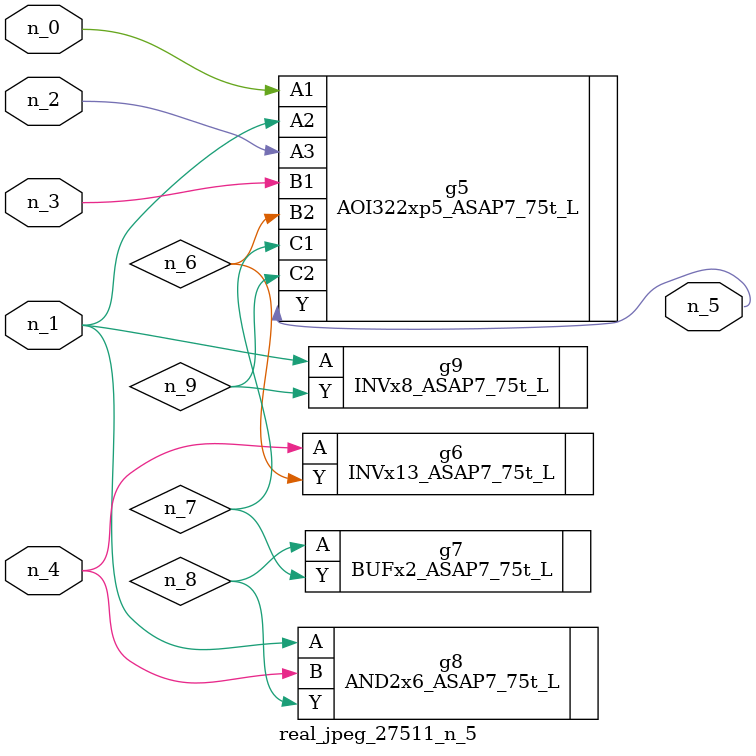
<source format=v>
module real_jpeg_27511_n_5 (n_4, n_0, n_1, n_2, n_3, n_5);

input n_4;
input n_0;
input n_1;
input n_2;
input n_3;

output n_5;

wire n_8;
wire n_6;
wire n_7;
wire n_9;

AOI322xp5_ASAP7_75t_L g5 ( 
.A1(n_0),
.A2(n_1),
.A3(n_2),
.B1(n_3),
.B2(n_6),
.C1(n_7),
.C2(n_9),
.Y(n_5)
);

AND2x6_ASAP7_75t_L g8 ( 
.A(n_1),
.B(n_4),
.Y(n_8)
);

INVx8_ASAP7_75t_L g9 ( 
.A(n_1),
.Y(n_9)
);

INVx13_ASAP7_75t_L g6 ( 
.A(n_4),
.Y(n_6)
);

BUFx2_ASAP7_75t_L g7 ( 
.A(n_8),
.Y(n_7)
);


endmodule
</source>
